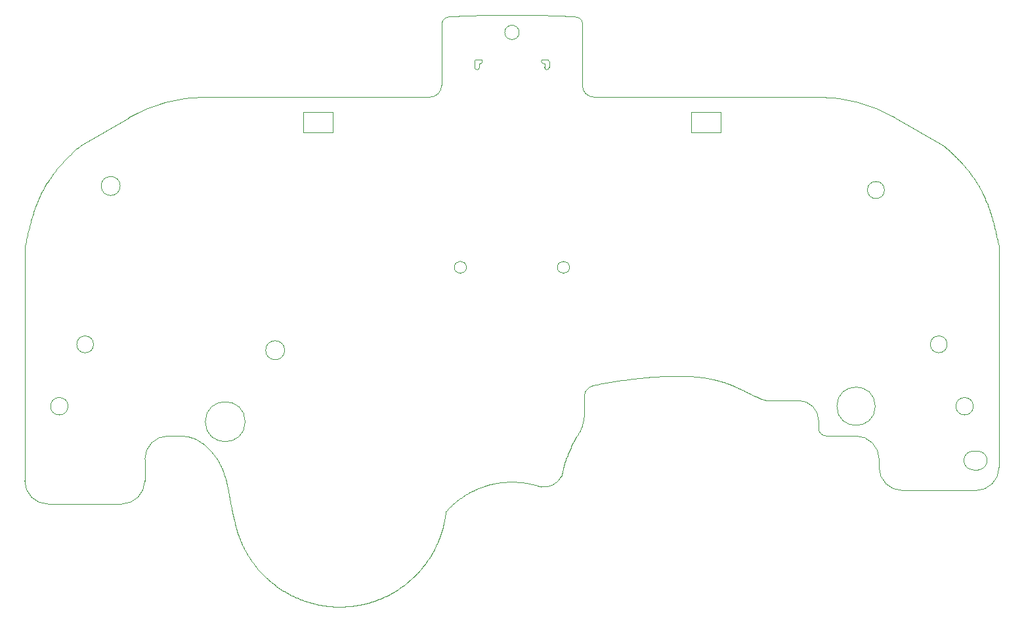
<source format=gbr>
%TF.GenerationSoftware,KiCad,Pcbnew,7.0.6*%
%TF.CreationDate,2024-04-04T00:10:15-07:00*%
%TF.ProjectId,UGC_Main,5547435f-4d61-4696-9e2e-6b696361645f,rev?*%
%TF.SameCoordinates,Original*%
%TF.FileFunction,Profile,NP*%
%FSLAX46Y46*%
G04 Gerber Fmt 4.6, Leading zero omitted, Abs format (unit mm)*
G04 Created by KiCad (PCBNEW 7.0.6) date 2024-04-04 00:10:15*
%MOMM*%
%LPD*%
G01*
G04 APERTURE LIST*
%TA.AperFunction,Profile*%
%ADD10C,0.100000*%
%TD*%
%ADD11C,0.100000*%
%TA.AperFunction,Profile*%
%ADD12C,0.010000*%
%TD*%
G04 APERTURE END LIST*
D10*
X212612482Y-116484400D02*
G75*
G03*
X212612482Y-116484400I-778825J0D01*
G01*
D11*
X210985240Y-84058545D02*
X210883023Y-84064412D01*
X210781126Y-84070379D01*
X210679540Y-84076449D01*
X210578255Y-84082623D01*
X210477263Y-84088904D01*
X210376553Y-84095293D01*
X210336346Y-84097880D01*
X228450425Y-131941646D02*
X228361433Y-132005745D01*
X228277543Y-132076015D01*
X228199064Y-132152145D01*
X228126309Y-132233826D01*
X228059589Y-132320747D01*
X228038744Y-132350833D01*
D10*
X278321867Y-145316467D02*
G75*
G03*
X281321867Y-142316480I33J2999967D01*
G01*
X265841120Y-142316480D02*
G75*
G03*
X268841150Y-145316480I2999980J-20D01*
G01*
X222251395Y-144849219D02*
G75*
G03*
X224868705Y-143478091I366605J2483819D01*
G01*
D11*
X209475667Y-84716150D02*
X209522759Y-84617209D01*
X209580250Y-84524222D01*
X209647594Y-84438011D01*
X209689065Y-84393349D01*
X209985538Y-84186097D02*
X210080691Y-84148418D01*
X210178997Y-84120708D01*
X210279675Y-84103163D01*
X210336346Y-84097880D01*
D10*
X219408657Y-86139125D02*
G75*
G03*
X219408657Y-86139125I-925000J0D01*
G01*
D11*
X218483657Y-83889125D02*
X218599369Y-83889146D01*
X218715142Y-83889211D01*
X218830973Y-83889322D01*
X218946856Y-83889481D01*
X219062787Y-83889689D01*
X219178763Y-83889947D01*
X219294778Y-83890259D01*
X219410828Y-83890624D01*
X219526909Y-83891046D01*
X219643017Y-83891526D01*
X219759147Y-83892065D01*
X219875296Y-83892666D01*
X219991457Y-83893330D01*
X220107629Y-83894059D01*
X220223805Y-83894854D01*
X220339982Y-83895718D01*
X220456155Y-83896652D01*
X220572320Y-83897657D01*
X220688473Y-83898736D01*
X220804609Y-83899891D01*
X220920724Y-83901122D01*
X221036814Y-83902433D01*
X221152874Y-83903824D01*
X221268900Y-83905297D01*
X221384888Y-83906854D01*
X221500834Y-83908497D01*
X221616732Y-83910227D01*
X221732579Y-83912047D01*
X221848370Y-83913957D01*
X221964102Y-83915961D01*
X222079769Y-83918058D01*
X222195368Y-83920253D01*
D10*
X227566517Y-92997189D02*
X227566517Y-85095801D01*
X257941670Y-94497189D02*
X229066517Y-94497189D01*
X225912482Y-116484400D02*
G75*
G03*
X225912482Y-116484400I-778825J0D01*
G01*
D11*
X277698333Y-104472377D02*
X277779926Y-104583492D01*
X277859560Y-104693757D01*
X277937268Y-104803167D01*
X278013084Y-104911719D01*
X278087041Y-105019408D01*
X278159175Y-105126230D01*
X278229517Y-105232182D01*
X278298103Y-105337260D01*
X278364965Y-105441460D01*
X278430138Y-105544779D01*
X278493655Y-105647211D01*
X278555551Y-105748754D01*
X278615857Y-105849403D01*
X278674610Y-105949155D01*
X278731842Y-106048006D01*
X278787587Y-106145951D01*
X278841878Y-106242988D01*
X278894750Y-106339112D01*
X278946237Y-106434319D01*
X278996371Y-106528605D01*
X279045187Y-106621968D01*
X279092719Y-106714401D01*
X279139000Y-106805903D01*
X279184064Y-106896469D01*
X279270676Y-107074777D01*
X279352826Y-107249295D01*
X279430783Y-107419991D01*
X279504817Y-107586835D01*
X228038744Y-132350833D02*
X227979905Y-132445396D01*
X227928310Y-132543927D01*
X227884158Y-132646010D01*
X227847648Y-132751231D01*
X181179744Y-142700619D02*
X181114439Y-142559180D01*
X181054115Y-142429426D01*
X180998421Y-142310588D01*
X180947009Y-142201896D01*
X180899529Y-142102581D01*
X180855634Y-142011872D01*
X180795747Y-141890262D01*
X180741961Y-141783688D01*
X180693098Y-141689552D01*
X180633569Y-141578895D01*
X180577908Y-141479575D01*
X180537020Y-141408821D01*
X177575211Y-138627852D02*
X177454684Y-138584496D01*
X177343350Y-138545219D01*
X177239918Y-138509748D01*
X177143096Y-138477810D01*
X177007437Y-138435933D01*
X176879394Y-138400471D01*
X176754610Y-138370506D01*
X176628731Y-138345118D01*
X176497401Y-138323385D01*
X176356264Y-138304388D01*
X176254574Y-138292790D01*
X176145298Y-138281725D01*
X176027148Y-138270923D01*
X182699386Y-149273620D02*
X182720528Y-149375346D01*
X182742753Y-149478286D01*
X182766093Y-149582442D01*
X182790585Y-149687817D01*
D10*
X158645447Y-147066480D02*
X168126164Y-147066480D01*
X277983657Y-140231170D02*
G75*
G03*
X277983657Y-142637630I43J-1203230D01*
G01*
D11*
X226904305Y-138215947D02*
X226957241Y-138129562D01*
X227010725Y-138043516D01*
X227017898Y-138032070D01*
X218746843Y-144205999D02*
X218641104Y-144204032D01*
X218535396Y-144203055D01*
X218486620Y-144202937D01*
D10*
X277983657Y-140231170D02*
X278583657Y-140231170D01*
X274119567Y-100731685D02*
X267916864Y-97162383D01*
X207900797Y-94497189D02*
X179025644Y-94497189D01*
D11*
X183592474Y-152072652D02*
X183638289Y-152175278D01*
X183684931Y-152277518D01*
X183732398Y-152379368D01*
X183780687Y-152480824D01*
X183829798Y-152581881D01*
X183879726Y-152682535D01*
X183930470Y-152782783D01*
X183982028Y-152882620D01*
X184034398Y-152982041D01*
X184087577Y-153081044D01*
X184123479Y-153146811D01*
D10*
X207900797Y-94497197D02*
G75*
G03*
X209400797Y-92997189I3J1499997D01*
G01*
X191583657Y-99034400D02*
X191583657Y-96434400D01*
X251641099Y-133700615D02*
X255464183Y-133700615D01*
D11*
X214350983Y-144966617D02*
X214228978Y-145014715D01*
X214107600Y-145064201D01*
X213986859Y-145115068D01*
X213866766Y-145167308D01*
X213747333Y-145220915D01*
X213628570Y-145275883D01*
X213510490Y-145332203D01*
X213393103Y-145389870D01*
X213276420Y-145448875D01*
X213160453Y-145509214D01*
X213045213Y-145570877D01*
X212930711Y-145633860D01*
X212816958Y-145698154D01*
X212703966Y-145763752D01*
X212591746Y-145830649D01*
X212480309Y-145898837D01*
X212369666Y-145968308D01*
X212259829Y-146039057D01*
X212150809Y-146111076D01*
X212042616Y-146184359D01*
X211935263Y-146258898D01*
X211828760Y-146334686D01*
X211723119Y-146411718D01*
X211618351Y-146489985D01*
X211514467Y-146569481D01*
X211411478Y-146650199D01*
X211309396Y-146732132D01*
X211208232Y-146815273D01*
X211107997Y-146899615D01*
X211008702Y-146985152D01*
X210910359Y-147071877D01*
X210812979Y-147159782D01*
D10*
X278583657Y-142637630D02*
X277983657Y-142637630D01*
D11*
X182194110Y-146945036D02*
X182166386Y-146788777D01*
X182140918Y-146645267D01*
X182117555Y-146513655D01*
X182096143Y-146393095D01*
X182076529Y-146282737D01*
X182058562Y-146181732D01*
X182034364Y-146045908D01*
X182013012Y-145926357D01*
X181993990Y-145820214D01*
X181971364Y-145694601D01*
X181950744Y-145580946D01*
X181935863Y-145499471D01*
D10*
X267916872Y-97162369D02*
G75*
G03*
X257941670Y-94497189I-9975172J-17334831D01*
G01*
D11*
X218486620Y-144202937D02*
X218354117Y-144203119D01*
X218221694Y-144204853D01*
X218089361Y-144208135D01*
X217957134Y-144212963D01*
X217825025Y-144219335D01*
X217693047Y-144227249D01*
X217561213Y-144236702D01*
X217429537Y-144247691D01*
X217298032Y-144260216D01*
X217166711Y-144274273D01*
X217035588Y-144289860D01*
X216904675Y-144306975D01*
X216773986Y-144325615D01*
X216643534Y-144345779D01*
X216513332Y-144367464D01*
X216383393Y-144390668D01*
X216253731Y-144415388D01*
X216124359Y-144441622D01*
X215995290Y-144469369D01*
X215866537Y-144498624D01*
X215738114Y-144529388D01*
X215610033Y-144561656D01*
X215482309Y-144595427D01*
X215354953Y-144630699D01*
X215227980Y-144667469D01*
X215101402Y-144705734D01*
X214975233Y-144745494D01*
X214849486Y-144786745D01*
X214724174Y-144829485D01*
X214599311Y-144873712D01*
X214474909Y-144919423D01*
X214350983Y-144966617D01*
X237399724Y-130596286D02*
X237630198Y-130583368D01*
X237861004Y-130571549D01*
X238092069Y-130560881D01*
X238323322Y-130551420D01*
X238554693Y-130543220D01*
X238786109Y-130536335D01*
X239017500Y-130530818D01*
X239248794Y-130526725D01*
X239479920Y-130524108D01*
X239710807Y-130523024D01*
X239941384Y-130523524D01*
X240171579Y-130525665D01*
X240401321Y-130529500D01*
X240630539Y-130535083D01*
X240859161Y-130542468D01*
X241087117Y-130551710D01*
X241314335Y-130562863D01*
X241540744Y-130575980D01*
X241766272Y-130591117D01*
X241990849Y-130608327D01*
X242214403Y-130627664D01*
X242436863Y-130649183D01*
X242658157Y-130672938D01*
X242878215Y-130698982D01*
X243096965Y-130727371D01*
X243314336Y-130758158D01*
X243530256Y-130791398D01*
X243744655Y-130827145D01*
X243957461Y-130865452D01*
X244168602Y-130906375D01*
X244378009Y-130949966D01*
X244585609Y-130996282D01*
X195095996Y-160287545D02*
X195262159Y-160300502D01*
X195428372Y-160311443D01*
X195594618Y-160320369D01*
X195760879Y-160327282D01*
X195927135Y-160332184D01*
X196093371Y-160335078D01*
X196259567Y-160335965D01*
X196425705Y-160334847D01*
X196591768Y-160331727D01*
X196757738Y-160326605D01*
X196923596Y-160319485D01*
X197089326Y-160310368D01*
X197254908Y-160299256D01*
X197420324Y-160286151D01*
X197585558Y-160271056D01*
X197750591Y-160253971D01*
X197915405Y-160234900D01*
X198079982Y-160213843D01*
X198244304Y-160190804D01*
X198408353Y-160165784D01*
X198572111Y-160138784D01*
X198735561Y-160109808D01*
X198898683Y-160078857D01*
X199061461Y-160045933D01*
X199223877Y-160011038D01*
X199385912Y-159974174D01*
X199547548Y-159935343D01*
X199708768Y-159894546D01*
X199869553Y-159851787D01*
X200029886Y-159807067D01*
X200189749Y-159760387D01*
X200349124Y-159711751D01*
X210812979Y-147159782D02*
X210737958Y-147228920D01*
X210663597Y-147298702D01*
X210589897Y-147369125D01*
X210516864Y-147440182D01*
X210444500Y-147511869D01*
X210372809Y-147584180D01*
X210301795Y-147657111D01*
X210231462Y-147730657D01*
X227782036Y-135375479D02*
X227780308Y-135506907D01*
X227775131Y-135638147D01*
X227766515Y-135769131D01*
X227754469Y-135899792D01*
X227739002Y-136030062D01*
X227720124Y-136159874D01*
X227697845Y-136289161D01*
X227672174Y-136417855D01*
X227643120Y-136545889D01*
X227610693Y-136673196D01*
X227587206Y-136757631D01*
D10*
X171126164Y-144066480D02*
X171126164Y-141270923D01*
D11*
X222195368Y-83920253D02*
X222313975Y-83922607D01*
X222432577Y-83925067D01*
X222551172Y-83927635D01*
X222669759Y-83930314D01*
X222788336Y-83933105D01*
X222906902Y-83936010D01*
X223025457Y-83939032D01*
X223143999Y-83942172D01*
X223262527Y-83945434D01*
X223381039Y-83948817D01*
X223499535Y-83952326D01*
X223618013Y-83955962D01*
X223736473Y-83959727D01*
X223854912Y-83963623D01*
X223973331Y-83967652D01*
X224091727Y-83971816D01*
X224210099Y-83976118D01*
X224328447Y-83980559D01*
X224446769Y-83985141D01*
X224565065Y-83989868D01*
X224683332Y-83994740D01*
X224801569Y-83999759D01*
X224919776Y-84004929D01*
X225037952Y-84010251D01*
X225156094Y-84015726D01*
X225274203Y-84021358D01*
X225392276Y-84027148D01*
X225510313Y-84033098D01*
X225628312Y-84039211D01*
X225746273Y-84045488D01*
X225864194Y-84051932D01*
X225982074Y-84058545D01*
X228986631Y-131719390D02*
X229237865Y-131669375D01*
X229490005Y-131620094D01*
X229743034Y-131571569D01*
X229996938Y-131523823D01*
X230251702Y-131476879D01*
X230507310Y-131430760D01*
X230763747Y-131385489D01*
X231020998Y-131341089D01*
X231279047Y-131297583D01*
X231537881Y-131254993D01*
X231797482Y-131213343D01*
X232057837Y-131172655D01*
X232318930Y-131132953D01*
X232580745Y-131094258D01*
X232843269Y-131056595D01*
X233106485Y-131019986D01*
X233370378Y-130984454D01*
X233634933Y-130950022D01*
X233900135Y-130916713D01*
X234165969Y-130884549D01*
X234432419Y-130853554D01*
X234699471Y-130823750D01*
X234967109Y-130795161D01*
X235235318Y-130767809D01*
X235504082Y-130741717D01*
X235773388Y-130716909D01*
X236043219Y-130693406D01*
X236313560Y-130671232D01*
X236584396Y-130650411D01*
X236855712Y-130630964D01*
X237127493Y-130612914D01*
X237399724Y-130596286D01*
D10*
X179025644Y-94497200D02*
G75*
G03*
X169050450Y-97162384I-44J-19999900D01*
G01*
X258039177Y-137270923D02*
G75*
G03*
X259039183Y-138270923I1000023J23D01*
G01*
X184078131Y-136425615D02*
G75*
G03*
X184078131Y-136425615I-2575000J0D01*
G01*
X174126164Y-138270923D02*
X176027148Y-138270923D01*
D11*
X180537020Y-141408821D02*
X180448991Y-141281031D01*
X180367817Y-141163912D01*
X180293026Y-141056764D01*
X180224147Y-140958892D01*
X180160709Y-140869599D01*
X180102240Y-140788187D01*
X180022824Y-140679324D01*
X179951938Y-140584274D01*
X179887991Y-140500685D01*
X179810775Y-140402998D01*
X179739297Y-140315931D01*
X179687188Y-140254247D01*
X222251397Y-144849207D02*
X222145727Y-144812439D01*
X222039729Y-144776730D01*
X221933411Y-144742081D01*
X221826780Y-144708493D01*
X221719846Y-144675968D01*
X221612615Y-144644509D01*
X221505097Y-144614116D01*
X221397298Y-144584791D01*
X221289227Y-144556537D01*
X221180892Y-144529354D01*
X221072300Y-144503245D01*
X220963461Y-144478211D01*
X220854381Y-144454254D01*
X220745068Y-144431376D01*
X220635532Y-144409578D01*
X220525779Y-144388863D01*
X220415818Y-144369231D01*
X220305657Y-144350686D01*
X220195304Y-144333227D01*
X220084766Y-144316857D01*
X219974052Y-144301579D01*
X219863169Y-144287393D01*
X219752126Y-144274301D01*
X219640931Y-144262305D01*
X219529591Y-144251406D01*
X219418115Y-144241608D01*
X219306511Y-144232910D01*
X219194786Y-144225315D01*
X219082949Y-144218825D01*
X218971007Y-144213441D01*
X218858969Y-144209165D01*
X218746843Y-144205999D01*
X224868706Y-143478091D02*
X224903961Y-143304379D01*
X224941090Y-143131058D01*
X224980090Y-142958148D01*
X225020954Y-142785671D01*
X225063680Y-142613646D01*
X225108262Y-142442095D01*
X225154696Y-142271038D01*
X225202977Y-142100496D01*
X225253102Y-141930490D01*
X225305065Y-141761040D01*
X225358861Y-141592168D01*
X225414488Y-141423894D01*
X225471939Y-141256239D01*
X225531211Y-141089223D01*
X225592299Y-140922867D01*
X225655198Y-140757193D01*
X225719905Y-140592220D01*
X225786414Y-140427970D01*
X225854721Y-140264463D01*
X225924822Y-140101720D01*
X225996712Y-139939762D01*
X226070387Y-139778609D01*
X226145842Y-139618282D01*
X226223072Y-139458803D01*
X226302074Y-139300191D01*
X226382843Y-139142467D01*
X226465374Y-138985653D01*
X226549662Y-138829769D01*
X226635704Y-138674835D01*
X226723495Y-138520873D01*
X226813030Y-138367903D01*
X226904305Y-138215947D01*
D10*
X174126164Y-138270964D02*
G75*
G03*
X171126164Y-141270923I-64J-2999936D01*
G01*
D11*
X225982074Y-84058545D02*
X226084290Y-84064412D01*
X226186187Y-84070379D01*
X226287773Y-84076449D01*
X226389058Y-84082623D01*
X226490050Y-84088904D01*
X226590760Y-84095293D01*
X226630968Y-84097880D01*
D10*
X155645447Y-113970800D02*
X155645447Y-144066480D01*
D11*
X248977801Y-132718489D02*
X249081599Y-132771321D01*
X249184051Y-132823199D01*
X249285160Y-132874075D01*
X249384926Y-132923901D01*
X249483353Y-132972631D01*
X249580441Y-133020217D01*
X249676192Y-133066612D01*
X249770610Y-133111768D01*
X249863694Y-133155637D01*
X249955447Y-133198173D01*
X250134970Y-133279054D01*
X250309191Y-133354032D01*
X250478126Y-133422727D01*
X250641790Y-133484760D01*
X250800197Y-133539752D01*
X250953364Y-133587325D01*
X251101304Y-133627098D01*
X251244032Y-133658693D01*
X251381564Y-133681730D01*
X251513915Y-133695830D01*
X251641099Y-133700615D01*
X155645447Y-113970800D02*
X155700916Y-113694279D01*
X155756619Y-113421600D01*
X155812630Y-113152691D01*
X155869020Y-112887480D01*
X155925863Y-112625893D01*
X155983231Y-112367860D01*
X156041199Y-112113306D01*
X156099837Y-111862161D01*
X156159220Y-111614351D01*
X156219420Y-111369804D01*
X156280510Y-111128448D01*
X156342563Y-110890211D01*
X156405652Y-110655020D01*
X156469849Y-110422802D01*
X156535228Y-110193487D01*
X156601862Y-109967000D01*
X156669823Y-109743269D01*
X156739185Y-109522224D01*
X156810019Y-109303790D01*
X156882400Y-109087895D01*
X156956399Y-108874468D01*
X157032091Y-108663436D01*
X157109547Y-108454727D01*
X157188841Y-108248267D01*
X157270045Y-108043986D01*
X157353233Y-107841809D01*
X157438476Y-107641666D01*
X157525850Y-107443484D01*
X157615425Y-107247190D01*
X157707275Y-107052712D01*
X157801473Y-106859978D01*
X157898092Y-106668915D01*
X209900259Y-148421163D02*
X209913883Y-148321527D01*
X209927508Y-148221891D01*
X209941132Y-148122255D01*
X209954757Y-148022619D01*
X228986631Y-131719390D02*
X228879967Y-131744905D01*
X228775679Y-131778064D01*
X228674174Y-131818700D01*
X228575856Y-131866643D01*
X228481131Y-131921727D01*
X228450425Y-131941646D01*
D10*
X164519660Y-126434400D02*
G75*
G03*
X164519660Y-126434400I-1086003J0D01*
G01*
D11*
X178675042Y-139303544D02*
X178557277Y-139224759D01*
X178449017Y-139152877D01*
X178349626Y-139087463D01*
X178258466Y-139028083D01*
X178135773Y-138949375D01*
X178028025Y-138881796D01*
X177933076Y-138823879D01*
X177822680Y-138759149D01*
X177726135Y-138705507D01*
X177617183Y-138648748D01*
X177575211Y-138627852D01*
X227587206Y-136757631D02*
X227549214Y-136883460D01*
X227507960Y-137008156D01*
X227463472Y-137131654D01*
X227415776Y-137253893D01*
X227364902Y-137374812D01*
X227310875Y-137494347D01*
X227253725Y-137612437D01*
X227193479Y-137729021D01*
X227130165Y-137844035D01*
X227063810Y-137957418D01*
X227017898Y-138032070D01*
X205100270Y-157115775D02*
X205229860Y-157005732D01*
X205358010Y-156894163D01*
X205484708Y-156781082D01*
X205609942Y-156666506D01*
X205733701Y-156550449D01*
X205855971Y-156432926D01*
X205976740Y-156313952D01*
X206095998Y-156193542D01*
X206213731Y-156071712D01*
X206329928Y-155948476D01*
X206444577Y-155823849D01*
X206557665Y-155697847D01*
X206669180Y-155570485D01*
X206779111Y-155441777D01*
X206887446Y-155311739D01*
X206994171Y-155180386D01*
X207099276Y-155047733D01*
X207202748Y-154913794D01*
X207304576Y-154778586D01*
X207404746Y-154642123D01*
X207503247Y-154504420D01*
X207600068Y-154365492D01*
X207695195Y-154225355D01*
X207788618Y-154084023D01*
X207880323Y-153941512D01*
X207970299Y-153797836D01*
X208058533Y-153653011D01*
X208145015Y-153507051D01*
X208229731Y-153359972D01*
X208312669Y-153211789D01*
X208393818Y-153062517D01*
X208473166Y-152912172D01*
X274119567Y-100731685D02*
X274242238Y-100835463D01*
X274364513Y-100940165D01*
X274486361Y-101045781D01*
X274607754Y-101152305D01*
X274728659Y-101259728D01*
X274849047Y-101368044D01*
X274968888Y-101477244D01*
X275088151Y-101587321D01*
X275206806Y-101698267D01*
X275324822Y-101810075D01*
X275442170Y-101922737D01*
X275558819Y-102036245D01*
X275674738Y-102150591D01*
X275789898Y-102265769D01*
X275904268Y-102381770D01*
X276017818Y-102498587D01*
X276130517Y-102616212D01*
X276242335Y-102734638D01*
X276353242Y-102853856D01*
X276463208Y-102973860D01*
X276572202Y-103094642D01*
X276680194Y-103216193D01*
X276787153Y-103338507D01*
X276893050Y-103461575D01*
X276997854Y-103585391D01*
X277101535Y-103709946D01*
X277204062Y-103835232D01*
X277305405Y-103961243D01*
X277405534Y-104087971D01*
X277504418Y-104215407D01*
X277602028Y-104343545D01*
X277698333Y-104472377D01*
X190208787Y-158941441D02*
X190352769Y-159010583D01*
X190497466Y-159078022D01*
X190642864Y-159143754D01*
X190788946Y-159207775D01*
X190935698Y-159270079D01*
X191083105Y-159330663D01*
X191231151Y-159389522D01*
X191379822Y-159446652D01*
X191529102Y-159502048D01*
X191678977Y-159555706D01*
X191829430Y-159607622D01*
X191980448Y-159657791D01*
X192132015Y-159706208D01*
X192284116Y-159752870D01*
X192436735Y-159797772D01*
X192589858Y-159840909D01*
X192743469Y-159882277D01*
X192897554Y-159921872D01*
X193052098Y-159959690D01*
X193207084Y-159995725D01*
X193362499Y-160029974D01*
X193518326Y-160062432D01*
X193674552Y-160093095D01*
X193831160Y-160121958D01*
X193988136Y-160149017D01*
X194145465Y-160174267D01*
X194303131Y-160197705D01*
X194461120Y-160219325D01*
X194619416Y-160239123D01*
X194778003Y-160257096D01*
X194936869Y-160273238D01*
X195095996Y-160287545D01*
D10*
X167952061Y-105977799D02*
G75*
G03*
X167952061Y-105977799I-1225000J0D01*
G01*
D11*
X182483002Y-148399454D02*
X182450569Y-148242420D01*
X182420891Y-148098183D01*
X182393787Y-147965890D01*
X182369080Y-147844689D01*
X182346588Y-147733726D01*
X182326133Y-147632150D01*
X182298877Y-147495519D01*
X182275193Y-147375211D01*
X182254476Y-147268347D01*
X182230422Y-147141802D01*
X182209130Y-147027222D01*
X182194110Y-146945036D01*
X244585609Y-130996282D02*
X244745645Y-131034298D01*
X244904303Y-131074112D01*
X245061572Y-131115647D01*
X245217445Y-131158824D01*
X245371911Y-131203566D01*
X245524962Y-131249795D01*
X245676589Y-131297432D01*
X245826782Y-131346401D01*
X245975533Y-131396623D01*
X246122832Y-131448020D01*
X246268671Y-131500514D01*
X246413040Y-131554029D01*
X246555930Y-131608484D01*
X246697332Y-131663804D01*
X246837238Y-131719909D01*
X246975637Y-131776723D01*
X247112521Y-131834167D01*
X247247881Y-131892163D01*
X247381708Y-131950633D01*
X247513992Y-132009500D01*
X247644725Y-132068686D01*
X247773898Y-132128112D01*
X247901501Y-132187701D01*
X248027525Y-132247376D01*
X248151962Y-132307057D01*
X248274802Y-132366668D01*
X248396036Y-132426131D01*
X248515655Y-132485367D01*
X248633650Y-132544298D01*
X248750012Y-132602848D01*
X248864732Y-132660937D01*
X248977801Y-132718489D01*
X182790585Y-149687817D02*
X182827651Y-149840531D01*
X182866480Y-149992820D01*
X182907066Y-150144671D01*
X182949405Y-150296070D01*
X182993493Y-150447004D01*
X183039323Y-150597458D01*
X183086892Y-150747420D01*
X183136195Y-150896875D01*
X183187227Y-151045810D01*
X183239984Y-151194212D01*
X183294460Y-151342066D01*
X183350652Y-151489359D01*
X183408554Y-151636078D01*
X183468161Y-151782209D01*
X183529469Y-151927738D01*
X183592474Y-152072652D01*
D10*
X241583657Y-99034400D02*
X241583657Y-96434400D01*
D11*
X208591238Y-152679727D02*
X208651851Y-152556001D01*
X208711203Y-152431723D01*
X208769290Y-152306902D01*
X208826109Y-152181548D01*
X208881657Y-152055671D01*
X208935931Y-151929280D01*
X208988929Y-151802385D01*
X209040647Y-151674996D01*
X209091081Y-151547123D01*
X209140230Y-151418776D01*
X209188089Y-151289964D01*
X209234656Y-151160698D01*
X209279929Y-151030986D01*
X209323902Y-150900839D01*
X209366575Y-150770267D01*
X209407943Y-150639279D01*
X209448004Y-150507885D01*
X209486755Y-150376096D01*
X209524192Y-150243920D01*
X209560313Y-150111367D01*
X209595114Y-149978449D01*
X209628592Y-149845173D01*
X209660745Y-149711550D01*
X209691569Y-149577590D01*
X209721062Y-149443302D01*
X209749219Y-149308697D01*
X209776039Y-149173784D01*
X209801518Y-149038573D01*
X209825654Y-148903074D01*
X209848442Y-148767296D01*
X209869880Y-148631250D01*
X209889966Y-148494945D01*
D10*
X258039183Y-136275615D02*
X258039183Y-137270923D01*
X277990726Y-134427260D02*
G75*
G03*
X277990726Y-134427260I-1125000J0D01*
G01*
X265841150Y-141270923D02*
X265841150Y-142316480D01*
X259039183Y-138270923D02*
X262841150Y-138270923D01*
X268841150Y-145316480D02*
X278321867Y-145316480D01*
D11*
X184123478Y-153146811D02*
X184179080Y-153246841D01*
X184235511Y-153346427D01*
X184292767Y-153445561D01*
X184350846Y-153544240D01*
X184409747Y-153642457D01*
X184469466Y-153740209D01*
X184530003Y-153837490D01*
X184591354Y-153934295D01*
X184653518Y-154030619D01*
X184716492Y-154126457D01*
X184780275Y-154221805D01*
X184844863Y-154316656D01*
X184910256Y-154411006D01*
X184976451Y-154504850D01*
X185043446Y-154598183D01*
X185111238Y-154691000D01*
X185179826Y-154783296D01*
X185249207Y-154875066D01*
X185319379Y-154966305D01*
X185390340Y-155057007D01*
X185462088Y-155147169D01*
X185534621Y-155236784D01*
X185607937Y-155325848D01*
X185682033Y-155414355D01*
X185756908Y-155502302D01*
X185832558Y-155589682D01*
X185908983Y-155676491D01*
X185986180Y-155762724D01*
X186064147Y-155848375D01*
X186142881Y-155933440D01*
X186222380Y-156017913D01*
X186302644Y-156101791D01*
D10*
X161226588Y-134427260D02*
G75*
G03*
X161226588Y-134427260I-1125000J0D01*
G01*
D11*
X181625738Y-144076594D02*
X181580889Y-143926920D01*
X181539426Y-143789534D01*
X181501107Y-143663620D01*
X181465692Y-143548365D01*
X181432942Y-143442957D01*
X181402614Y-143346581D01*
X181361142Y-143217172D01*
X181323769Y-143103511D01*
X181289686Y-143002850D01*
X181247956Y-142884113D01*
X181208708Y-142777100D01*
X181179744Y-142700619D01*
D10*
X189165264Y-127191002D02*
G75*
G03*
X189165264Y-127191002I-1225000J0D01*
G01*
X209400797Y-85095801D02*
X209400797Y-92997189D01*
D11*
X210231462Y-147730657D02*
X210162285Y-147803647D01*
X210093109Y-147876637D01*
X210023933Y-147949628D01*
X209954757Y-148022619D01*
X279504817Y-107586835D02*
X279574430Y-107748074D01*
X279642758Y-107910689D01*
X279709845Y-108074790D01*
X279775737Y-108240484D01*
X279840481Y-108407883D01*
X279904122Y-108577093D01*
X279966705Y-108748226D01*
X280028278Y-108921391D01*
X280088884Y-109096696D01*
X280148572Y-109274250D01*
X280207386Y-109454164D01*
X280265372Y-109636546D01*
X280322576Y-109821506D01*
X280379043Y-110009152D01*
X280434821Y-110199595D01*
X280489954Y-110392943D01*
X280544489Y-110589306D01*
X280598471Y-110788792D01*
X280651946Y-110991512D01*
X280704961Y-111197574D01*
X280757560Y-111407088D01*
X280809789Y-111620163D01*
X280861696Y-111836908D01*
X280913325Y-112057432D01*
X280964722Y-112281846D01*
X281015933Y-112510257D01*
X281067005Y-112742775D01*
X281117982Y-112979510D01*
X281168911Y-113220571D01*
X281219837Y-113466066D01*
X281270807Y-113716106D01*
X281321867Y-113970800D01*
D10*
X245383657Y-96434400D02*
X245383657Y-99034400D01*
X281321867Y-142316480D02*
X281321867Y-113970800D01*
X227566511Y-92997189D02*
G75*
G03*
X229066517Y-94497189I1499989J-11D01*
G01*
X258039185Y-136275615D02*
G75*
G03*
X255464183Y-133700615I-2574985J15D01*
G01*
D11*
X209400797Y-85095801D02*
X209406800Y-84986389D01*
X209424684Y-84878536D01*
X209454256Y-84773213D01*
X209475667Y-84716150D01*
X157898092Y-106668915D02*
X157956020Y-106557415D01*
X158018481Y-106439679D01*
X158085645Y-106315851D01*
X158157684Y-106186078D01*
X158234768Y-106050506D01*
X158317069Y-105909281D01*
X158404757Y-105762549D01*
X158498002Y-105610455D01*
X158596977Y-105453147D01*
X158701852Y-105290770D01*
X158812798Y-105123471D01*
X158929986Y-104951394D01*
X159053586Y-104774687D01*
X159183770Y-104593496D01*
X159320708Y-104407965D01*
X159464573Y-104218243D01*
X159615533Y-104024474D01*
X159773761Y-103826804D01*
X159939427Y-103625380D01*
X160112703Y-103420348D01*
X160293759Y-103211854D01*
X160482765Y-103000043D01*
X160679894Y-102785063D01*
X160885316Y-102567058D01*
X161099202Y-102346176D01*
X161321722Y-102122562D01*
X161553048Y-101896361D01*
X161793351Y-101667721D01*
X162042801Y-101436788D01*
X162301570Y-101203706D01*
X162569828Y-100968623D01*
X162847747Y-100731685D01*
D10*
X169050450Y-97162383D02*
X162847747Y-100731685D01*
X195383657Y-96434400D02*
X195383657Y-99034400D01*
D11*
X227501093Y-84740036D02*
X227532560Y-84837420D01*
X227553877Y-84937308D01*
X227564897Y-85038908D01*
X227566517Y-85095801D01*
D10*
X168126164Y-147066464D02*
G75*
G03*
X171126164Y-144066480I36J2999964D01*
G01*
X195383657Y-99034400D02*
X191583657Y-99034400D01*
D11*
X182699386Y-149273620D02*
X182670679Y-149164321D01*
X182642447Y-149055031D01*
X182614688Y-148945748D01*
X182587403Y-148836474D01*
X182560592Y-148727207D01*
X182534255Y-148617948D01*
X182508391Y-148508697D01*
X182483002Y-148399454D01*
D10*
X227782036Y-135375479D02*
X227782036Y-133190014D01*
X241583657Y-96434400D02*
X245383657Y-96434400D01*
D11*
X227313380Y-84430823D02*
X227377435Y-84510641D01*
X227432894Y-84596410D01*
X227479338Y-84687441D01*
X227501093Y-84740036D01*
D10*
X245383657Y-99034400D02*
X241583657Y-99034400D01*
D11*
X227005004Y-84197063D02*
X227100703Y-84250434D01*
X227189792Y-84313798D01*
X227271482Y-84386559D01*
X227313380Y-84430823D01*
D10*
X155645420Y-144066480D02*
G75*
G03*
X158645447Y-147066480I3000080J80D01*
G01*
D11*
X209889966Y-148494945D02*
X209900259Y-148421163D01*
X218483657Y-83889125D02*
X218367944Y-83889146D01*
X218252171Y-83889211D01*
X218136340Y-83889322D01*
X218020457Y-83889481D01*
X217904526Y-83889689D01*
X217788550Y-83889947D01*
X217672535Y-83890259D01*
X217556485Y-83890624D01*
X217440404Y-83891046D01*
X217324296Y-83891526D01*
X217208166Y-83892065D01*
X217092017Y-83892666D01*
X216975856Y-83893330D01*
X216859684Y-83894059D01*
X216743508Y-83894854D01*
X216627332Y-83895718D01*
X216511158Y-83896652D01*
X216394993Y-83897657D01*
X216278840Y-83898736D01*
X216162704Y-83899891D01*
X216046589Y-83901122D01*
X215930499Y-83902433D01*
X215814439Y-83903824D01*
X215698413Y-83905297D01*
X215582425Y-83906854D01*
X215466479Y-83908497D01*
X215350581Y-83910227D01*
X215234734Y-83912047D01*
X215118943Y-83913957D01*
X215003211Y-83915961D01*
X214887544Y-83918058D01*
X214771946Y-83920253D01*
D10*
X265340726Y-134427260D02*
G75*
G03*
X265340726Y-134427260I-2475000J0D01*
G01*
X266533657Y-106494400D02*
G75*
G03*
X266533657Y-106494400I-1100000J0D01*
G01*
D11*
X181935863Y-145499471D02*
X181904209Y-145345309D01*
X181874992Y-145203754D01*
X181848039Y-145073966D01*
X181823181Y-144955109D01*
X181800244Y-144846345D01*
X181779058Y-144746836D01*
X181750185Y-144613096D01*
X181724286Y-144495472D01*
X181700782Y-144391136D01*
X181672169Y-144267809D01*
X181645412Y-144156383D01*
X181625738Y-144076594D01*
X186302644Y-156101791D02*
X186408789Y-156210602D01*
X186516070Y-156318203D01*
X186624475Y-156424585D01*
X186733995Y-156529739D01*
X186844617Y-156633657D01*
X186956331Y-156736331D01*
X187069127Y-156837751D01*
X187182993Y-156937911D01*
X187297919Y-157036801D01*
X187413894Y-157134412D01*
X187530907Y-157230737D01*
X187648947Y-157325767D01*
X187768003Y-157419494D01*
X187888065Y-157511908D01*
X188009121Y-157603003D01*
X188131162Y-157692769D01*
X188254175Y-157781197D01*
X188378151Y-157868280D01*
X188503078Y-157954009D01*
X188628946Y-158038376D01*
X188755744Y-158121372D01*
X188883460Y-158202988D01*
X189012085Y-158283217D01*
X189141607Y-158362050D01*
X189272015Y-158439478D01*
X189403299Y-158515493D01*
X189535448Y-158590087D01*
X189668451Y-158663251D01*
X189802297Y-158734977D01*
X189936976Y-158805256D01*
X190072476Y-158874080D01*
X190208787Y-158941441D01*
X214771946Y-83920253D02*
X214653338Y-83922607D01*
X214534736Y-83925067D01*
X214416141Y-83927635D01*
X214297554Y-83930314D01*
X214178977Y-83933105D01*
X214060411Y-83936010D01*
X213941856Y-83939032D01*
X213823314Y-83942172D01*
X213704786Y-83945434D01*
X213586274Y-83948817D01*
X213467778Y-83952326D01*
X213349300Y-83955962D01*
X213230840Y-83959727D01*
X213112401Y-83963623D01*
X212993982Y-83967652D01*
X212875586Y-83971816D01*
X212757214Y-83976118D01*
X212638866Y-83980559D01*
X212520544Y-83985141D01*
X212402248Y-83989868D01*
X212283981Y-83994740D01*
X212165744Y-83999759D01*
X212047537Y-84004929D01*
X211929361Y-84010251D01*
X211811219Y-84015726D01*
X211693110Y-84021358D01*
X211575037Y-84027148D01*
X211457000Y-84033098D01*
X211339001Y-84039211D01*
X211221040Y-84045488D01*
X211103119Y-84051932D01*
X210985240Y-84058545D01*
X200349124Y-159711751D02*
X200511877Y-159659895D01*
X200673880Y-159606057D01*
X200835115Y-159550245D01*
X200995567Y-159492469D01*
X201155217Y-159432739D01*
X201314048Y-159371064D01*
X201472044Y-159307454D01*
X201629187Y-159241917D01*
X201785460Y-159174464D01*
X201940846Y-159105104D01*
X202095327Y-159033846D01*
X202248888Y-158960699D01*
X202401510Y-158885674D01*
X202553176Y-158808779D01*
X202703870Y-158730024D01*
X202853575Y-158649419D01*
X203002272Y-158566973D01*
X203149945Y-158482695D01*
X203296578Y-158396595D01*
X203442152Y-158308682D01*
X203586650Y-158218966D01*
X203730057Y-158127456D01*
X203872353Y-158034162D01*
X204013523Y-157939093D01*
X204153550Y-157842258D01*
X204292415Y-157743667D01*
X204430102Y-157643330D01*
X204566595Y-157541255D01*
X204701874Y-157437453D01*
X204835925Y-157331933D01*
X204968729Y-157224703D01*
X205100270Y-157115775D01*
X179687188Y-140254247D02*
X179580399Y-140147108D01*
X179482094Y-140049071D01*
X179391698Y-139959546D01*
X179308637Y-139877949D01*
X179232336Y-139803692D01*
X179129306Y-139704786D01*
X179038258Y-139619096D01*
X178957255Y-139544641D01*
X178861526Y-139459425D01*
X178775617Y-139385971D01*
X178694934Y-139319585D01*
X178675042Y-139303544D01*
D10*
X191583657Y-96434400D02*
X195383657Y-96434400D01*
D11*
X208473166Y-152912172D02*
X208521673Y-152817990D01*
X208569440Y-152723467D01*
X208591238Y-152679727D01*
X209689065Y-84393349D02*
X209764589Y-84324282D01*
X209846605Y-84263411D01*
X209934455Y-84211195D01*
X209985538Y-84186097D01*
X226630968Y-84097880D02*
X226739765Y-84110922D01*
X226846240Y-84135720D01*
X226949439Y-84172019D01*
X227005004Y-84197063D01*
D10*
X278583657Y-142637630D02*
G75*
G03*
X278583657Y-140231170I43J1203230D01*
G01*
X265841177Y-141270923D02*
G75*
G03*
X262841150Y-138270923I-2999977J23D01*
G01*
X274619660Y-126434400D02*
G75*
G03*
X274619660Y-126434400I-1086003J0D01*
G01*
D11*
X227847648Y-132751231D02*
X227819044Y-132858869D01*
X227798529Y-132968183D01*
X227786170Y-133078716D01*
X227782036Y-133190014D01*
D12*
%TO.C,J5*%
X213683635Y-89904400D02*
X213683635Y-90654400D01*
X214283635Y-90154400D02*
X214433635Y-90154400D01*
X214283635Y-90654400D02*
X214283635Y-90154400D01*
X214433635Y-89654400D02*
X213983635Y-89654400D01*
X222533635Y-90154400D02*
X222683635Y-90154400D01*
X222683635Y-90154400D02*
X222683635Y-90654400D01*
X222983635Y-89654400D02*
X222533635Y-89654400D01*
X223283635Y-90654400D02*
X223283635Y-89904400D01*
X213983635Y-89654400D02*
G75*
G03*
X213683635Y-89904400I-25000J-275000D01*
G01*
X213683635Y-90654400D02*
G75*
G03*
X214283635Y-90654400I300000J0D01*
G01*
X214433635Y-90154400D02*
G75*
G03*
X214433635Y-89654400I0J250000D01*
G01*
X222533635Y-89654400D02*
G75*
G03*
X222533635Y-90154400I0J-250000D01*
G01*
X223283635Y-89904400D02*
G75*
G03*
X222983635Y-89654400I-275000J-25000D01*
G01*
X222683635Y-90654400D02*
G75*
G03*
X223283635Y-90654400I300000J0D01*
G01*
%TD*%
M02*

</source>
